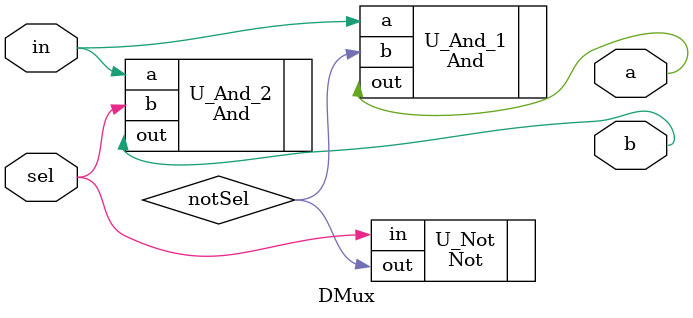
<source format=v>
`ifndef DMUX_V
`define DMUX_V

`include "Not.v"
`include "And.v"

module DMux(a, b, in, sel);

    input in;
    input sel;
    output a;
    output b;

    wire notSel;

    Not U_Not(.out(notSel), .in(sel));
    And U_And_1(.out(a), .a(in), .b(notSel));
    And U_And_2(.out(b), .a(in), .b(sel));

endmodule

`endif
</source>
